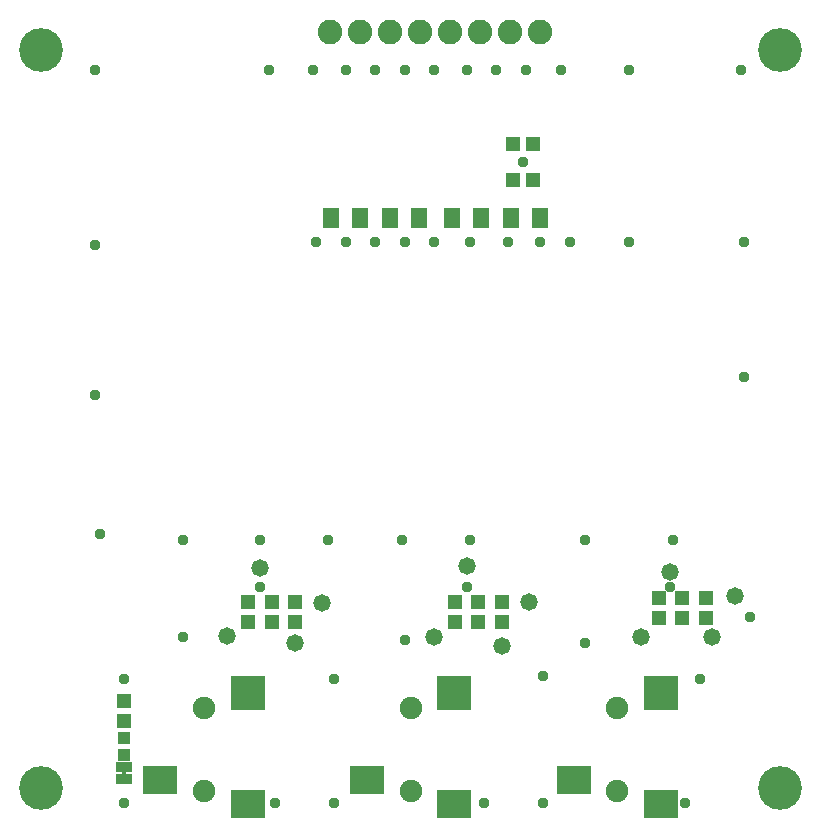
<source format=gbr>
G04 EAGLE Gerber RS-274X export*
G75*
%MOMM*%
%FSLAX34Y34*%
%LPD*%
%INSoldermask Top*%
%IPPOS*%
%AMOC8*
5,1,8,0,0,1.08239X$1,22.5*%
G01*
%ADD10C,3.703200*%
%ADD11R,1.203200X1.303200*%
%ADD12C,1.903200*%
%ADD13R,3.003200X2.403200*%
%ADD14R,3.003200X3.003200*%
%ADD15R,1.473200X0.838200*%
%ADD16C,1.473200*%
%ADD17C,2.082800*%
%ADD18R,1.303200X1.203200*%
%ADD19R,1.003200X1.003200*%
%ADD20C,0.959600*%

G36*
X108835Y47472D02*
X108835Y47472D01*
X108901Y47474D01*
X108944Y47492D01*
X108991Y47500D01*
X109048Y47534D01*
X109108Y47559D01*
X109143Y47590D01*
X109184Y47615D01*
X109226Y47666D01*
X109274Y47710D01*
X109296Y47752D01*
X109325Y47789D01*
X109346Y47851D01*
X109377Y47910D01*
X109385Y47964D01*
X109397Y48001D01*
X109396Y48041D01*
X109404Y48095D01*
X109404Y51905D01*
X109393Y51970D01*
X109391Y52036D01*
X109373Y52079D01*
X109365Y52126D01*
X109331Y52183D01*
X109306Y52243D01*
X109275Y52278D01*
X109250Y52319D01*
X109199Y52361D01*
X109155Y52409D01*
X109113Y52431D01*
X109076Y52460D01*
X109014Y52481D01*
X108955Y52512D01*
X108901Y52520D01*
X108864Y52532D01*
X108824Y52531D01*
X108770Y52539D01*
X106230Y52539D01*
X106165Y52528D01*
X106099Y52526D01*
X106056Y52508D01*
X106009Y52500D01*
X105952Y52466D01*
X105892Y52441D01*
X105857Y52410D01*
X105816Y52385D01*
X105775Y52334D01*
X105726Y52290D01*
X105704Y52248D01*
X105675Y52211D01*
X105654Y52149D01*
X105623Y52090D01*
X105615Y52036D01*
X105603Y51999D01*
X105603Y51995D01*
X105603Y51994D01*
X105604Y51959D01*
X105596Y51905D01*
X105596Y48095D01*
X105607Y48030D01*
X105609Y47964D01*
X105627Y47921D01*
X105635Y47874D01*
X105669Y47817D01*
X105694Y47757D01*
X105725Y47722D01*
X105750Y47681D01*
X105801Y47640D01*
X105845Y47591D01*
X105887Y47569D01*
X105924Y47540D01*
X105986Y47519D01*
X106045Y47488D01*
X106099Y47480D01*
X106136Y47468D01*
X106176Y47469D01*
X106230Y47461D01*
X108770Y47461D01*
X108835Y47472D01*
G37*
D10*
X37500Y662500D03*
X662500Y662500D03*
X662500Y37500D03*
X37500Y37500D03*
D11*
X560000Y198500D03*
X560000Y181500D03*
X600000Y198500D03*
X600000Y181500D03*
X580000Y198500D03*
X580000Y181500D03*
D12*
X525000Y35000D03*
D13*
X488000Y44000D03*
X562000Y24000D03*
D14*
X562000Y118000D03*
D12*
X525000Y105000D03*
D15*
X385000Y515936D03*
X385000Y524064D03*
X410000Y515936D03*
X410000Y524064D03*
X435000Y515936D03*
X435000Y524064D03*
X460000Y515936D03*
X460000Y524064D03*
D16*
X570000Y220000D03*
X545000Y165000D03*
X625000Y200000D03*
X605000Y165000D03*
D17*
X460000Y677500D03*
X434600Y677500D03*
X409200Y677500D03*
X383800Y677500D03*
X358400Y677500D03*
X333000Y677500D03*
X307600Y677500D03*
X282200Y677500D03*
D18*
X436500Y582500D03*
X453500Y582500D03*
X436500Y552500D03*
X453500Y552500D03*
D11*
X107500Y94000D03*
X107500Y111000D03*
D19*
X107500Y65000D03*
X107500Y80000D03*
D15*
X107500Y44920D03*
X107500Y55080D03*
D11*
X387500Y195000D03*
X387500Y178000D03*
X427500Y195000D03*
X427500Y178000D03*
X407500Y195000D03*
X407500Y178000D03*
D12*
X350000Y35000D03*
D13*
X313000Y44000D03*
X387000Y24000D03*
D14*
X387000Y118000D03*
D12*
X350000Y105000D03*
D15*
X332500Y515936D03*
X332500Y524064D03*
X357500Y515936D03*
X357500Y524064D03*
D16*
X397500Y225000D03*
X370000Y165000D03*
X450000Y195000D03*
X427500Y157500D03*
D11*
X212500Y195000D03*
X212500Y178000D03*
X252500Y195000D03*
X252500Y178000D03*
X232500Y195000D03*
X232500Y178000D03*
D12*
X175000Y35000D03*
D13*
X138000Y44000D03*
X212000Y24000D03*
D14*
X212000Y118000D03*
D12*
X175000Y105000D03*
D15*
X282500Y515936D03*
X282500Y524064D03*
X307500Y515936D03*
X307500Y524064D03*
D16*
X222500Y224000D03*
X195000Y166500D03*
X275000Y194000D03*
X252500Y160000D03*
D20*
X107500Y130000D03*
X570000Y207500D03*
X222500Y207500D03*
X460000Y500000D03*
X397500Y207500D03*
X432500Y500000D03*
X400000Y500000D03*
X370000Y500000D03*
X485000Y500000D03*
X235000Y25000D03*
X535000Y500000D03*
X535000Y645000D03*
X230000Y645000D03*
X82500Y645000D03*
X107500Y25000D03*
X447500Y645000D03*
X370000Y645000D03*
X397500Y645000D03*
X422500Y645000D03*
X400000Y247500D03*
X572500Y247500D03*
X497500Y160000D03*
X637500Y182500D03*
X497500Y247500D03*
X462500Y132500D03*
X462500Y25000D03*
X445000Y567500D03*
X345000Y645000D03*
X320000Y645000D03*
X295000Y645000D03*
X267500Y645000D03*
X477500Y645000D03*
X345000Y500000D03*
X320000Y500000D03*
X295000Y500000D03*
X270000Y500000D03*
X342500Y247500D03*
X280000Y247500D03*
X222500Y247500D03*
X157500Y247500D03*
X157500Y165000D03*
X345000Y162500D03*
X412500Y25000D03*
X582500Y25000D03*
X285000Y25000D03*
X285000Y130000D03*
X595000Y130000D03*
X82500Y497500D03*
X82500Y370000D03*
X87500Y252500D03*
X632500Y385000D03*
X632500Y500000D03*
X630000Y645000D03*
M02*

</source>
